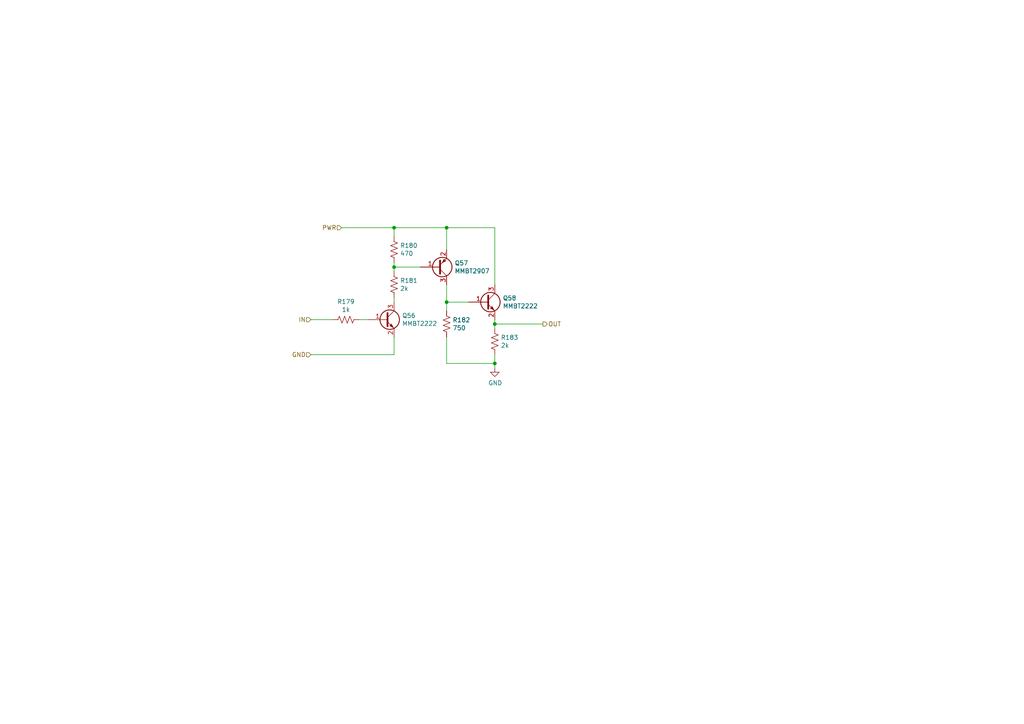
<source format=kicad_sch>
(kicad_sch (version 20211123) (generator eeschema)
  (paper "A4")
  (lib_symbols
    (symbol "Device:Q_NPN_BEC" (pin_names (offset 0) hide)
      (property "Reference" "Q" (at 5.08 1.27 0))
      (property "Value" "Q_NPN_BEC" (at 5.08 -1.27 0))
      (symbol "Q_NPN_BEC_0_1"
        (polyline (pts (xy 0.635 0.635) (xy 2.54 2.54)))
        (polyline (pts (xy 0.635 -0.635) (xy 2.54 -2.54) (xy 2.54 -2.54)))
        (polyline (pts (xy 0.635 1.905) (xy 0.635 -1.905) (xy 0.635 -1.905)) (stroke (width 0.508)))
        (polyline (pts (xy 1.27 -1.778) (xy 1.778 -1.27) (xy 2.286 -2.286) (xy 1.27 -1.778) (xy 1.27 -1.778)) (fill (type outline)))
        (circle (center 1.27 0) (radius 2.8194) (stroke (width 0.254)))
      )
      (symbol "Q_NPN_BEC_1_1"
        (pin input line (at -5.08 0 0) (length 5.715) (name "B") (number "1"))
        (pin passive line (at 2.54 -5.08 90) (length 2.54) (name "E") (number "2"))
        (pin passive line (at 2.54 5.08 270) (length 2.54) (name "C") (number "3"))
      )
    )
    (symbol "Device:Q_PNP_BEC" (pin_names (offset 0) hide)
      (property "Reference" "Q" (at 5.08 1.27 0))
      (property "Value" "Q_PNP_BEC" (at 5.08 -1.27 0))
      (symbol "Q_PNP_BEC_0_1"
        (polyline (pts (xy 0.635 0.635) (xy 2.54 2.54)))
        (polyline (pts (xy 0.635 -0.635) (xy 2.54 -2.54) (xy 2.54 -2.54)))
        (polyline (pts (xy 0.635 1.905) (xy 0.635 -1.905) (xy 0.635 -1.905)) (stroke (width 0.508)))
        (polyline (pts (xy 2.286 -1.778) (xy 1.778 -2.286) (xy 1.27 -1.27) (xy 2.286 -1.778) (xy 2.286 -1.778)) (fill (type outline)))
        (circle (center 1.27 0) (radius 2.8194) (stroke (width 0.254)))
      )
      (symbol "Q_PNP_BEC_1_1"
        (pin input line (at -5.08 0 0) (length 5.715) (name "B") (number "1"))
        (pin passive line (at 2.54 -5.08 90) (length 2.54) (name "E") (number "2"))
        (pin passive line (at 2.54 5.08 270) (length 2.54) (name "C") (number "3"))
      )
    )
    (symbol "Device:R_US" (pin_numbers hide) (pin_names (offset 0))
      (property "Reference" "R" (at 2.54 0 90))
      (property "Value" "R_US" (at -2.54 0 90))
      (symbol "R_US_0_1"
        (polyline (pts (xy 0 -2.286) (xy 0 -2.54)))
        (polyline (pts (xy 0 2.286) (xy 0 2.54)))
        (polyline (pts (xy 0 -0.762) (xy 1.016 -1.143) (xy 0 -1.524) (xy -1.016 -1.905) (xy 0 -2.286)))
        (polyline (pts (xy 0 0.762) (xy 1.016 0.381) (xy 0 0) (xy -1.016 -0.381) (xy 0 -0.762)))
        (polyline (pts (xy 0 2.286) (xy 1.016 1.905) (xy 0 1.524) (xy -1.016 1.143) (xy 0 0.762)))
      )
      (symbol "R_US_1_1"
        (pin passive line (at 0 3.81 270) (length 1.27) (name "~") (number "1"))
        (pin passive line (at 0 -3.81 90) (length 1.27) (name "~") (number "2"))
      )
    )
    (symbol "power:GND" (power) (pin_names (offset 0))
      (property "Value" "GND" (at 0 -3.81 0))
      (symbol "GND_0_1"
        (polyline (pts (xy 0 0) (xy 0 -1.27) (xy 1.27 -1.27) (xy 0 -2.54) (xy -1.27 -1.27) (xy 0 -1.27)))
      )
      (symbol "GND_1_1"
        (pin power_in line (at 0 0 270) (length 0) hide (name "GND") (number "1"))
      )
    )
  )
  (junction (at 114.3 66.04))
  (junction (at 114.3 77.47))
  (junction (at 143.51 93.98))
  (junction (at 129.54 66.04))
  (junction (at 129.54 87.63))
  (junction (at 143.51 105.41))
  (wire (pts (xy 114.3 76.2) (xy 114.3 77.47)))
  (wire (pts (xy 114.3 86.36) (xy 114.3 87.63)))
  (wire (pts (xy 129.54 66.04) (xy 129.54 72.39)))
  (wire (pts (xy 129.54 87.63) (xy 129.54 82.55)))
  (wire (pts (xy 114.3 102.87) (xy 90.17 102.87)))
  (wire (pts (xy 114.3 77.47) (xy 121.92 77.47)))
  (wire (pts (xy 99.06 66.04) (xy 114.3 66.04)))
  (wire (pts (xy 143.51 66.04) (xy 143.51 82.55)))
  (wire (pts (xy 129.54 97.79) (xy 129.54 105.41)))
  (wire (pts (xy 143.51 93.98) (xy 157.48 93.98)))
  (wire (pts (xy 104.14 92.71) (xy 106.68 92.71)))
  (wire (pts (xy 129.54 87.63) (xy 135.89 87.63)))
  (wire (pts (xy 90.17 92.71) (xy 96.52 92.71)))
  (wire (pts (xy 114.3 66.04) (xy 129.54 66.04)))
  (wire (pts (xy 143.51 95.25) (xy 143.51 93.98)))
  (wire (pts (xy 114.3 97.79) (xy 114.3 102.87)))
  (wire (pts (xy 129.54 87.63) (xy 129.54 90.17)))
  (wire (pts (xy 143.51 105.41) (xy 143.51 102.87)))
  (wire (pts (xy 143.51 106.68) (xy 143.51 105.41)))
  (wire (pts (xy 129.54 66.04) (xy 143.51 66.04)))
  (wire (pts (xy 114.3 66.04) (xy 114.3 68.58)))
  (wire (pts (xy 129.54 105.41) (xy 143.51 105.41)))
  (wire (pts (xy 114.3 77.47) (xy 114.3 78.74)))
  (wire (pts (xy 143.51 93.98) (xy 143.51 92.71)))
  (hierarchical_label "GND" (shape input) (at 90.17 102.87 180))
  (hierarchical_label "OUT" (shape output) (at 157.48 93.98 0))
  (hierarchical_label "IN" (shape input) (at 90.17 92.71 180))
  (hierarchical_label "PWR" (shape input) (at 99.06 66.04 180))
  (symbol (lib_id "Device:R_US") (at 100.33 92.71 270)
    (property "Reference" "R179" (at 100.33 87.503 90))
    (property "Value" "1k" (at 100.33 89.8144 90))
    (property "Footprint" "Resistor_SMD:R_0603_1608Metric" (effects hide))
  )
  (symbol (lib_id "Device:Q_NPN_BEC") (at 111.76 92.71 0)
    (property "Reference" "Q56" (at 116.6114 91.5416 0) (effects (justify left)))
    (property "Value" "MMBT2222" (at 116.6114 93.853 0) (effects (justify left)))
    (property "Footprint" "Package_TO_SOT_SMD:SOT-23" (effects hide))
    (property "Digikey" "https://www.digikey.com/en/products/detail/MMBT2222A-G/641-1942-1-ND/9477875" (effects hide))
    (property "Part Number" "MMBT2222A-G" (effects hide))
  )
  (symbol (lib_id "Device:Q_PNP_BEC") (at 127 77.47 0) (mirror x)
    (property "Reference" "Q57" (at 131.8514 76.3016 0) (effects (justify left)))
    (property "Value" "MMBT2907" (at 131.8514 78.613 0) (effects (justify left)))
    (property "Footprint" "Package_TO_SOT_SMD:SOT-23" (effects hide))
    (property "Digikey" "https://www.digikey.com/en/products/detail/MMBT2907A-G/641-1952-1-ND/9477883" (effects hide))
    (property "Part Number" "MMBT2907A-G" (effects hide))
  )
  (symbol (lib_id "power:GND") (at 143.51 106.68 0)
    (property "Reference" "#PWR097" (effects hide))
    (property "Value" "GND" (at 143.637 111.0742 0))
  )
  (symbol (lib_id "Device:R_US") (at 114.3 82.55 0)
    (property "Reference" "R181" (at 116.0272 81.3816 0) (effects (justify left)))
    (property "Value" "2k" (at 116.0272 83.693 0) (effects (justify left)))
    (property "Footprint" "Resistor_SMD:R_0603_1608Metric" (effects hide))
  )
  (symbol (lib_id "Device:R_US") (at 114.3 72.39 0)
    (property "Reference" "R180" (at 116.0272 71.2216 0) (effects (justify left)))
    (property "Value" "470" (at 116.0272 73.533 0) (effects (justify left)))
    (property "Footprint" "Resistor_SMD:R_0603_1608Metric" (effects hide))
  )
  (symbol (lib_id "Device:Q_NPN_BEC") (at 140.97 87.63 0)
    (property "Reference" "Q58" (at 145.8214 86.4616 0) (effects (justify left)))
    (property "Value" "MMBT2222" (at 145.8214 88.773 0) (effects (justify left)))
    (property "Footprint" "Package_TO_SOT_SMD:SOT-23" (effects hide))
    (property "Digikey" "https://www.digikey.com/en/products/detail/MMBT2222A-G/641-1942-1-ND/9477875" (effects hide))
    (property "Part Number" "MMBT2222A-G" (effects hide))
  )
  (symbol (lib_id "Device:R_US") (at 129.54 93.98 0)
    (property "Reference" "R182" (at 131.2672 92.8116 0) (effects (justify left)))
    (property "Value" "750" (at 131.2672 95.123 0) (effects (justify left)))
    (property "Footprint" "Resistor_SMD:R_0603_1608Metric" (effects hide))
  )
  (symbol (lib_id "Device:R_US") (at 143.51 99.06 0)
    (property "Reference" "R183" (at 145.2372 97.8916 0) (effects (justify left)))
    (property "Value" "2k" (at 145.2372 100.203 0) (effects (justify left)))
    (property "Footprint" "Resistor_SMD:R_0603_1608Metric" (effects hide))
  )
)
</source>
